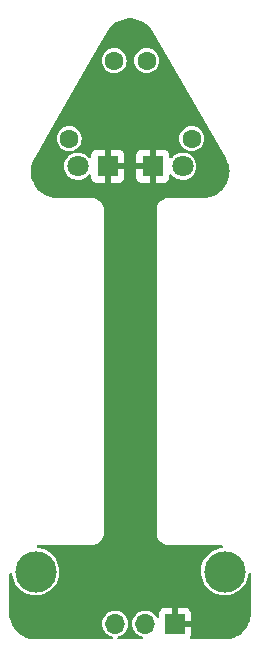
<source format=gbl>
G04 #@! TF.GenerationSoftware,KiCad,Pcbnew,6.0.5-a6ca702e91~116~ubuntu20.04.1*
G04 #@! TF.CreationDate,2022-06-20T08:25:11+02:00*
G04 #@! TF.ProjectId,traffic_lights_train,74726166-6669-4635-9f6c-69676874735f,1.0*
G04 #@! TF.SameCoordinates,Original*
G04 #@! TF.FileFunction,Copper,L2,Bot*
G04 #@! TF.FilePolarity,Positive*
%FSLAX46Y46*%
G04 Gerber Fmt 4.6, Leading zero omitted, Abs format (unit mm)*
G04 Created by KiCad (PCBNEW 6.0.5-a6ca702e91~116~ubuntu20.04.1) date 2022-06-20 08:25:11*
%MOMM*%
%LPD*%
G01*
G04 APERTURE LIST*
G04 Aperture macros list*
%AMHorizOval*
0 Thick line with rounded ends*
0 $1 width*
0 $2 $3 position (X,Y) of the first rounded end (center of the circle)*
0 $4 $5 position (X,Y) of the second rounded end (center of the circle)*
0 Add line between two ends*
20,1,$1,$2,$3,$4,$5,0*
0 Add two circle primitives to create the rounded ends*
1,1,$1,$2,$3*
1,1,$1,$4,$5*%
G04 Aperture macros list end*
G04 #@! TA.AperFunction,ComponentPad*
%ADD10R,1.800000X1.800000*%
G04 #@! TD*
G04 #@! TA.AperFunction,ComponentPad*
%ADD11C,1.800000*%
G04 #@! TD*
G04 #@! TA.AperFunction,ComponentPad*
%ADD12R,1.700000X1.700000*%
G04 #@! TD*
G04 #@! TA.AperFunction,ComponentPad*
%ADD13O,1.700000X1.700000*%
G04 #@! TD*
G04 #@! TA.AperFunction,ComponentPad*
%ADD14C,1.600000*%
G04 #@! TD*
G04 #@! TA.AperFunction,ComponentPad*
%ADD15HorizOval,1.600000X0.000000X0.000000X0.000000X0.000000X0*%
G04 #@! TD*
G04 #@! TA.AperFunction,ComponentPad*
%ADD16HorizOval,1.600000X0.000000X0.000000X0.000000X0.000000X0*%
G04 #@! TD*
G04 #@! TA.AperFunction,ViaPad*
%ADD17C,3.500000*%
G04 #@! TD*
G04 #@! TA.AperFunction,Conductor*
%ADD18C,0.500000*%
G04 #@! TD*
G04 APERTURE END LIST*
D10*
X108585000Y-59690000D03*
D11*
X106045000Y-59690000D03*
D10*
X112395000Y-59690000D03*
D11*
X114935000Y-59690000D03*
D12*
X114300000Y-98425000D03*
D13*
X111760000Y-98425000D03*
X109220000Y-98425000D03*
D14*
X109150000Y-50750000D03*
D15*
X105340000Y-57349114D03*
D14*
X115705000Y-57349557D03*
D16*
X111895000Y-50750443D03*
D17*
X118500000Y-94000000D03*
X102500000Y-94000000D03*
D18*
X112395000Y-59690000D02*
X108585000Y-59690000D01*
G04 #@! TA.AperFunction,Conductor*
G36*
X110625884Y-47169715D02*
G01*
X110884843Y-47201781D01*
X110900079Y-47204630D01*
X111153123Y-47268273D01*
X111167906Y-47272975D01*
X111411217Y-47367234D01*
X111425311Y-47373718D01*
X111655197Y-47497164D01*
X111668387Y-47505331D01*
X111881353Y-47656087D01*
X111893430Y-47665805D01*
X112086269Y-47841601D01*
X112097060Y-47852730D01*
X112266831Y-48050888D01*
X112276176Y-48063263D01*
X112404984Y-48257654D01*
X112409778Y-48267422D01*
X112410085Y-48267245D01*
X112416291Y-48277994D01*
X112420279Y-48289743D01*
X112428460Y-48299071D01*
X112428460Y-48299072D01*
X112428903Y-48299577D01*
X112443311Y-48319690D01*
X118595925Y-58984773D01*
X118606096Y-59007232D01*
X118610343Y-59019743D01*
X118618524Y-59029073D01*
X118624729Y-59039820D01*
X118624422Y-59039997D01*
X118630485Y-59049034D01*
X118734431Y-59257785D01*
X118740477Y-59272068D01*
X118815323Y-59484462D01*
X118827196Y-59518156D01*
X118831442Y-59533078D01*
X118887263Y-59787966D01*
X118889643Y-59803296D01*
X118913718Y-60063119D01*
X118914195Y-60078624D01*
X118906160Y-60339418D01*
X118904729Y-60354865D01*
X118864705Y-60612707D01*
X118861386Y-60627862D01*
X118789979Y-60878830D01*
X118784823Y-60893461D01*
X118683118Y-61133750D01*
X118676203Y-61147637D01*
X118545740Y-61373605D01*
X118537171Y-61386537D01*
X118379928Y-61594760D01*
X118369835Y-61606541D01*
X118194211Y-61787661D01*
X118188191Y-61793869D01*
X118176726Y-61804320D01*
X117973448Y-61967896D01*
X117960787Y-61976859D01*
X117738942Y-62114220D01*
X117725274Y-62121560D01*
X117488227Y-62230618D01*
X117473762Y-62236222D01*
X117225110Y-62315324D01*
X117210073Y-62319106D01*
X116953574Y-62367054D01*
X116938194Y-62368958D01*
X116705445Y-62383314D01*
X116694581Y-62382581D01*
X116694581Y-62382935D01*
X116682171Y-62382935D01*
X116670000Y-62380514D01*
X116657103Y-62383079D01*
X116632524Y-62385500D01*
X113787476Y-62385500D01*
X113762897Y-62383079D01*
X113750000Y-62380514D01*
X113739688Y-62382565D01*
X113735459Y-62382935D01*
X113734448Y-62382935D01*
X113732850Y-62383163D01*
X113574904Y-62396982D01*
X113569591Y-62398406D01*
X113569589Y-62398406D01*
X113522900Y-62410916D01*
X113405128Y-62442473D01*
X113245832Y-62516755D01*
X113241330Y-62519907D01*
X113241327Y-62519909D01*
X113241326Y-62519910D01*
X113101853Y-62617569D01*
X112977569Y-62741853D01*
X112974416Y-62746356D01*
X112880481Y-62880511D01*
X112876755Y-62885832D01*
X112802473Y-63045128D01*
X112756982Y-63214904D01*
X112743164Y-63372845D01*
X112742935Y-63374448D01*
X112742935Y-63375459D01*
X112742565Y-63379688D01*
X112740514Y-63390000D01*
X112742935Y-63402170D01*
X112743079Y-63402894D01*
X112745500Y-63427476D01*
X112745500Y-90712524D01*
X112743079Y-90737103D01*
X112740514Y-90750000D01*
X112742565Y-90760312D01*
X112742935Y-90764541D01*
X112742935Y-90765552D01*
X112743163Y-90767150D01*
X112756982Y-90925096D01*
X112802473Y-91094872D01*
X112804795Y-91099852D01*
X112804796Y-91099854D01*
X112872713Y-91245500D01*
X112876755Y-91254169D01*
X112977569Y-91398147D01*
X113101853Y-91522431D01*
X113106356Y-91525584D01*
X113241327Y-91620091D01*
X113241330Y-91620093D01*
X113245832Y-91623245D01*
X113405128Y-91697527D01*
X113522900Y-91729084D01*
X113569589Y-91741594D01*
X113569591Y-91741594D01*
X113574904Y-91743018D01*
X113732850Y-91756837D01*
X113734448Y-91757065D01*
X113735459Y-91757065D01*
X113739688Y-91757435D01*
X113750000Y-91759486D01*
X113762897Y-91756921D01*
X113787476Y-91754500D01*
X118240540Y-91754500D01*
X118308661Y-91774502D01*
X118355154Y-91828158D01*
X118365258Y-91898432D01*
X118335764Y-91963012D01*
X118276038Y-92001396D01*
X118256334Y-92005506D01*
X118252568Y-92005982D01*
X118248128Y-92006226D01*
X118243768Y-92007093D01*
X118243762Y-92007094D01*
X118107296Y-92034239D01*
X117969715Y-92061606D01*
X117965505Y-92063084D01*
X117965503Y-92063085D01*
X117914996Y-92080822D01*
X117701884Y-92155662D01*
X117697933Y-92157715D01*
X117697927Y-92157717D01*
X117453926Y-92284465D01*
X117449976Y-92286517D01*
X117446361Y-92289100D01*
X117446355Y-92289104D01*
X117404214Y-92319219D01*
X117219020Y-92451561D01*
X117013623Y-92647501D01*
X117010867Y-92650997D01*
X117010866Y-92650998D01*
X116976291Y-92694856D01*
X116837882Y-92870426D01*
X116835645Y-92874278D01*
X116697540Y-93112042D01*
X116697537Y-93112048D01*
X116695306Y-93115889D01*
X116693636Y-93120012D01*
X116590411Y-93374861D01*
X116590408Y-93374869D01*
X116588738Y-93378993D01*
X116520305Y-93654488D01*
X116491372Y-93936876D01*
X116493852Y-94000000D01*
X116498935Y-94129367D01*
X116502516Y-94220524D01*
X116553516Y-94499772D01*
X116643353Y-94769048D01*
X116645346Y-94773036D01*
X116728954Y-94940361D01*
X116770236Y-95022980D01*
X116931631Y-95256500D01*
X117124320Y-95464950D01*
X117127774Y-95467762D01*
X117341001Y-95641356D01*
X117341005Y-95641359D01*
X117344458Y-95644170D01*
X117587652Y-95790585D01*
X117591747Y-95792319D01*
X117591749Y-95792320D01*
X117774820Y-95869840D01*
X117849049Y-95901272D01*
X117853342Y-95902410D01*
X117853347Y-95902412D01*
X117996898Y-95940473D01*
X118123435Y-95974024D01*
X118405334Y-96007389D01*
X118689122Y-96000701D01*
X118693517Y-95999969D01*
X118693522Y-95999969D01*
X118964734Y-95954827D01*
X118964738Y-95954826D01*
X118969136Y-95954094D01*
X119146887Y-95897878D01*
X119235544Y-95869840D01*
X119235546Y-95869839D01*
X119239790Y-95868497D01*
X119243801Y-95866571D01*
X119243806Y-95866569D01*
X119491665Y-95747549D01*
X119491666Y-95747548D01*
X119495684Y-95745619D01*
X119651724Y-95641356D01*
X119728002Y-95590389D01*
X119728006Y-95590386D01*
X119731710Y-95587911D01*
X119735027Y-95584940D01*
X119735031Y-95584937D01*
X119939845Y-95401490D01*
X119943161Y-95398520D01*
X120125817Y-95181225D01*
X120128174Y-95177446D01*
X120273669Y-94944152D01*
X120273671Y-94944149D01*
X120276033Y-94940361D01*
X120390813Y-94680734D01*
X120467866Y-94407525D01*
X120494621Y-94208328D01*
X120523514Y-94143476D01*
X120582881Y-94104540D01*
X120653874Y-94103881D01*
X120713954Y-94141708D01*
X120744046Y-94206012D01*
X120745500Y-94225101D01*
X120745500Y-97462524D01*
X120743079Y-97487103D01*
X120740514Y-97500000D01*
X120742935Y-97512172D01*
X120742935Y-97524580D01*
X120742615Y-97524580D01*
X120743355Y-97535456D01*
X120729588Y-97763057D01*
X120727754Y-97778161D01*
X120681624Y-98029885D01*
X120677983Y-98044658D01*
X120631329Y-98194378D01*
X120601846Y-98288991D01*
X120596451Y-98303214D01*
X120515513Y-98483053D01*
X120491421Y-98536584D01*
X120484350Y-98550057D01*
X120351951Y-98769069D01*
X120343308Y-98781590D01*
X120328484Y-98800512D01*
X120205265Y-98957791D01*
X120185481Y-98983043D01*
X120175391Y-98994432D01*
X119994432Y-99175391D01*
X119983043Y-99185481D01*
X119781590Y-99343308D01*
X119769069Y-99351951D01*
X119605565Y-99450794D01*
X119555240Y-99481217D01*
X119550057Y-99484350D01*
X119536586Y-99491420D01*
X119303214Y-99596451D01*
X119288996Y-99601844D01*
X119112162Y-99656948D01*
X119044658Y-99677983D01*
X119029885Y-99681624D01*
X118778161Y-99727754D01*
X118763057Y-99729588D01*
X118535456Y-99743355D01*
X118524580Y-99742615D01*
X118524580Y-99742935D01*
X118512172Y-99742935D01*
X118500000Y-99740514D01*
X118487103Y-99743079D01*
X118462524Y-99745500D01*
X115684156Y-99745500D01*
X115616035Y-99725498D01*
X115569542Y-99671842D01*
X115559438Y-99601568D01*
X115583329Y-99543937D01*
X115594784Y-99528652D01*
X115603324Y-99513054D01*
X115648478Y-99392606D01*
X115652105Y-99377351D01*
X115657631Y-99326486D01*
X115658000Y-99319672D01*
X115658000Y-98697115D01*
X115653525Y-98681876D01*
X115652135Y-98680671D01*
X115644452Y-98679000D01*
X114172000Y-98679000D01*
X114103879Y-98658998D01*
X114057386Y-98605342D01*
X114046000Y-98553000D01*
X114046000Y-98152885D01*
X114554000Y-98152885D01*
X114558475Y-98168124D01*
X114559865Y-98169329D01*
X114567548Y-98171000D01*
X115639884Y-98171000D01*
X115655123Y-98166525D01*
X115656328Y-98165135D01*
X115657999Y-98157452D01*
X115657999Y-97530331D01*
X115657629Y-97523510D01*
X115652105Y-97472648D01*
X115648479Y-97457396D01*
X115603324Y-97336946D01*
X115594786Y-97321351D01*
X115518285Y-97219276D01*
X115505724Y-97206715D01*
X115403649Y-97130214D01*
X115388054Y-97121676D01*
X115267606Y-97076522D01*
X115252351Y-97072895D01*
X115201486Y-97067369D01*
X115194672Y-97067000D01*
X114572115Y-97067000D01*
X114556876Y-97071475D01*
X114555671Y-97072865D01*
X114554000Y-97080548D01*
X114554000Y-98152885D01*
X114046000Y-98152885D01*
X114046000Y-97085116D01*
X114041525Y-97069877D01*
X114040135Y-97068672D01*
X114032452Y-97067001D01*
X113405331Y-97067001D01*
X113398510Y-97067371D01*
X113347648Y-97072895D01*
X113332396Y-97076521D01*
X113211946Y-97121676D01*
X113196351Y-97130214D01*
X113094276Y-97206715D01*
X113081715Y-97219276D01*
X113005214Y-97321351D01*
X112996676Y-97336946D01*
X112951522Y-97457394D01*
X112947895Y-97472649D01*
X112942369Y-97523514D01*
X112942000Y-97530328D01*
X112942000Y-97785160D01*
X112921998Y-97853281D01*
X112868342Y-97899774D01*
X112798068Y-97909878D01*
X112733488Y-97880384D01*
X112708567Y-97850994D01*
X112708331Y-97850608D01*
X112705776Y-97845428D01*
X112584320Y-97682779D01*
X112435258Y-97544987D01*
X112430375Y-97541906D01*
X112430371Y-97541903D01*
X112268464Y-97439748D01*
X112263581Y-97436667D01*
X112075039Y-97361446D01*
X112069379Y-97360320D01*
X112069375Y-97360319D01*
X111881613Y-97322971D01*
X111881610Y-97322971D01*
X111875946Y-97321844D01*
X111870171Y-97321768D01*
X111870167Y-97321768D01*
X111768793Y-97320441D01*
X111672971Y-97319187D01*
X111667274Y-97320166D01*
X111667273Y-97320166D01*
X111569620Y-97336946D01*
X111472910Y-97353564D01*
X111282463Y-97423824D01*
X111108010Y-97527612D01*
X111103670Y-97531418D01*
X111103666Y-97531421D01*
X111083723Y-97548911D01*
X110955392Y-97661455D01*
X110829720Y-97820869D01*
X110827031Y-97825980D01*
X110827029Y-97825983D01*
X110814073Y-97850609D01*
X110735203Y-98000515D01*
X110675007Y-98194378D01*
X110651148Y-98395964D01*
X110664424Y-98598522D01*
X110665845Y-98604118D01*
X110665846Y-98604123D01*
X110707738Y-98769069D01*
X110714392Y-98795269D01*
X110716809Y-98800512D01*
X110754010Y-98881208D01*
X110799377Y-98979616D01*
X110916533Y-99145389D01*
X111061938Y-99287035D01*
X111066742Y-99290245D01*
X111120980Y-99326486D01*
X111230720Y-99399812D01*
X111236023Y-99402090D01*
X111236026Y-99402092D01*
X111324707Y-99440192D01*
X111417228Y-99479942D01*
X111490877Y-99496607D01*
X111552903Y-99531150D01*
X111586408Y-99593743D01*
X111580754Y-99664514D01*
X111537735Y-99720994D01*
X111471011Y-99745249D01*
X111463069Y-99745500D01*
X109529453Y-99745500D01*
X109461332Y-99725498D01*
X109414839Y-99671842D01*
X109404735Y-99601568D01*
X109434229Y-99536988D01*
X109488952Y-99500187D01*
X109499499Y-99496607D01*
X109523994Y-99488292D01*
X109665693Y-99440192D01*
X109665698Y-99440190D01*
X109671165Y-99438334D01*
X109848276Y-99339147D01*
X109863495Y-99326490D01*
X109999913Y-99213031D01*
X110004345Y-99209345D01*
X110134147Y-99053276D01*
X110233334Y-98876165D01*
X110235190Y-98870698D01*
X110235192Y-98870693D01*
X110296728Y-98689414D01*
X110296729Y-98689409D01*
X110298584Y-98683945D01*
X110299412Y-98678236D01*
X110299413Y-98678231D01*
X110327179Y-98486727D01*
X110327712Y-98483053D01*
X110329232Y-98425000D01*
X110310658Y-98222859D01*
X110309090Y-98217299D01*
X110257125Y-98033046D01*
X110257124Y-98033044D01*
X110255557Y-98027487D01*
X110244978Y-98006033D01*
X110168331Y-97850609D01*
X110165776Y-97845428D01*
X110044320Y-97682779D01*
X109895258Y-97544987D01*
X109890375Y-97541906D01*
X109890371Y-97541903D01*
X109728464Y-97439748D01*
X109723581Y-97436667D01*
X109535039Y-97361446D01*
X109529379Y-97360320D01*
X109529375Y-97360319D01*
X109341613Y-97322971D01*
X109341610Y-97322971D01*
X109335946Y-97321844D01*
X109330171Y-97321768D01*
X109330167Y-97321768D01*
X109228793Y-97320441D01*
X109132971Y-97319187D01*
X109127274Y-97320166D01*
X109127273Y-97320166D01*
X109029620Y-97336946D01*
X108932910Y-97353564D01*
X108742463Y-97423824D01*
X108568010Y-97527612D01*
X108563670Y-97531418D01*
X108563666Y-97531421D01*
X108543723Y-97548911D01*
X108415392Y-97661455D01*
X108289720Y-97820869D01*
X108287031Y-97825980D01*
X108287029Y-97825983D01*
X108274073Y-97850609D01*
X108195203Y-98000515D01*
X108135007Y-98194378D01*
X108111148Y-98395964D01*
X108124424Y-98598522D01*
X108125845Y-98604118D01*
X108125846Y-98604123D01*
X108167738Y-98769069D01*
X108174392Y-98795269D01*
X108176809Y-98800512D01*
X108214010Y-98881208D01*
X108259377Y-98979616D01*
X108376533Y-99145389D01*
X108521938Y-99287035D01*
X108526742Y-99290245D01*
X108580980Y-99326486D01*
X108690720Y-99399812D01*
X108696023Y-99402090D01*
X108696026Y-99402092D01*
X108784707Y-99440192D01*
X108877228Y-99479942D01*
X108950877Y-99496607D01*
X109012903Y-99531150D01*
X109046408Y-99593743D01*
X109040754Y-99664514D01*
X108997735Y-99720994D01*
X108931011Y-99745249D01*
X108923069Y-99745500D01*
X102537476Y-99745500D01*
X102512897Y-99743079D01*
X102500000Y-99740514D01*
X102487828Y-99742935D01*
X102475420Y-99742935D01*
X102475420Y-99742615D01*
X102464544Y-99743355D01*
X102236943Y-99729588D01*
X102221839Y-99727754D01*
X101970115Y-99681624D01*
X101955342Y-99677983D01*
X101887838Y-99656948D01*
X101711004Y-99601844D01*
X101696786Y-99596451D01*
X101463414Y-99491420D01*
X101449943Y-99484350D01*
X101444761Y-99481217D01*
X101394435Y-99450794D01*
X101230931Y-99351951D01*
X101218410Y-99343308D01*
X101016957Y-99185481D01*
X101005568Y-99175391D01*
X100824609Y-98994432D01*
X100814519Y-98983043D01*
X100794736Y-98957791D01*
X100671516Y-98800512D01*
X100656692Y-98781590D01*
X100648049Y-98769069D01*
X100515650Y-98550057D01*
X100508579Y-98536584D01*
X100484487Y-98483053D01*
X100403549Y-98303214D01*
X100398154Y-98288991D01*
X100368672Y-98194378D01*
X100322017Y-98044658D01*
X100318376Y-98029885D01*
X100272246Y-97778161D01*
X100270412Y-97763057D01*
X100256645Y-97535456D01*
X100257385Y-97524580D01*
X100257065Y-97524580D01*
X100257065Y-97512172D01*
X100259486Y-97500000D01*
X100256921Y-97487103D01*
X100254500Y-97462524D01*
X100254500Y-94253751D01*
X100274502Y-94185630D01*
X100328158Y-94139137D01*
X100398432Y-94129033D01*
X100463012Y-94158527D01*
X100501396Y-94218253D01*
X100504450Y-94231114D01*
X100553516Y-94499772D01*
X100643353Y-94769048D01*
X100645346Y-94773036D01*
X100728954Y-94940361D01*
X100770236Y-95022980D01*
X100931631Y-95256500D01*
X101124320Y-95464950D01*
X101127774Y-95467762D01*
X101341001Y-95641356D01*
X101341005Y-95641359D01*
X101344458Y-95644170D01*
X101587652Y-95790585D01*
X101591747Y-95792319D01*
X101591749Y-95792320D01*
X101774820Y-95869840D01*
X101849049Y-95901272D01*
X101853342Y-95902410D01*
X101853347Y-95902412D01*
X101996898Y-95940473D01*
X102123435Y-95974024D01*
X102405334Y-96007389D01*
X102689122Y-96000701D01*
X102693517Y-95999969D01*
X102693522Y-95999969D01*
X102964734Y-95954827D01*
X102964738Y-95954826D01*
X102969136Y-95954094D01*
X103146887Y-95897878D01*
X103235544Y-95869840D01*
X103235546Y-95869839D01*
X103239790Y-95868497D01*
X103243801Y-95866571D01*
X103243806Y-95866569D01*
X103491665Y-95747549D01*
X103491666Y-95747548D01*
X103495684Y-95745619D01*
X103651724Y-95641356D01*
X103728002Y-95590389D01*
X103728006Y-95590386D01*
X103731710Y-95587911D01*
X103735027Y-95584940D01*
X103735031Y-95584937D01*
X103939845Y-95401490D01*
X103943161Y-95398520D01*
X104125817Y-95181225D01*
X104128174Y-95177446D01*
X104273669Y-94944152D01*
X104273671Y-94944149D01*
X104276033Y-94940361D01*
X104390813Y-94680734D01*
X104467866Y-94407525D01*
X104493288Y-94218253D01*
X104505227Y-94129367D01*
X104505228Y-94129359D01*
X104505654Y-94126185D01*
X104509620Y-94000000D01*
X104489571Y-93716842D01*
X104429825Y-93439334D01*
X104331574Y-93173013D01*
X104196778Y-92923192D01*
X104028127Y-92694856D01*
X103828986Y-92492562D01*
X103755118Y-92436188D01*
X103606872Y-92323050D01*
X103606868Y-92323047D01*
X103603327Y-92320345D01*
X103355655Y-92181641D01*
X103351506Y-92180036D01*
X103351502Y-92180034D01*
X103191830Y-92118262D01*
X103090909Y-92079219D01*
X103086588Y-92078217D01*
X103086580Y-92078215D01*
X102904110Y-92035922D01*
X102814374Y-92015122D01*
X102709398Y-92006030D01*
X102643257Y-91980225D01*
X102601567Y-91922757D01*
X102597565Y-91851874D01*
X102632520Y-91790079D01*
X102695336Y-91756992D01*
X102720270Y-91754500D01*
X107212524Y-91754500D01*
X107237103Y-91756921D01*
X107250000Y-91759486D01*
X107260312Y-91757435D01*
X107264541Y-91757065D01*
X107265552Y-91757065D01*
X107267150Y-91756837D01*
X107425096Y-91743018D01*
X107430409Y-91741594D01*
X107430411Y-91741594D01*
X107589562Y-91698950D01*
X107589564Y-91698949D01*
X107594872Y-91697527D01*
X107666721Y-91664023D01*
X107749188Y-91625568D01*
X107749191Y-91625566D01*
X107754169Y-91623245D01*
X107898147Y-91522431D01*
X108022431Y-91398147D01*
X108123245Y-91254169D01*
X108127288Y-91245500D01*
X108195204Y-91099854D01*
X108195205Y-91099852D01*
X108197527Y-91094872D01*
X108243018Y-90925096D01*
X108256837Y-90767150D01*
X108257065Y-90765552D01*
X108257065Y-90764541D01*
X108257435Y-90760312D01*
X108259486Y-90750000D01*
X108256921Y-90737103D01*
X108254500Y-90712524D01*
X108254500Y-63427476D01*
X108256921Y-63402894D01*
X108257065Y-63402170D01*
X108259486Y-63390000D01*
X108257435Y-63379688D01*
X108257065Y-63375459D01*
X108257065Y-63374448D01*
X108256836Y-63372845D01*
X108243018Y-63214904D01*
X108197527Y-63045128D01*
X108123245Y-62885832D01*
X108119520Y-62880511D01*
X108025584Y-62746356D01*
X108022431Y-62741853D01*
X107898147Y-62617569D01*
X107754169Y-62516755D01*
X107749191Y-62514434D01*
X107749188Y-62514432D01*
X107599854Y-62444796D01*
X107599852Y-62444795D01*
X107594872Y-62442473D01*
X107589564Y-62441051D01*
X107589562Y-62441050D01*
X107430411Y-62398406D01*
X107430409Y-62398406D01*
X107425096Y-62396982D01*
X107267150Y-62383163D01*
X107265552Y-62382935D01*
X107264541Y-62382935D01*
X107260312Y-62382565D01*
X107250000Y-62380514D01*
X107237103Y-62383079D01*
X107212524Y-62385500D01*
X104367476Y-62385500D01*
X104342897Y-62383079D01*
X104330000Y-62380514D01*
X104317829Y-62382935D01*
X104305419Y-62382935D01*
X104305419Y-62382581D01*
X104294555Y-62383314D01*
X104061806Y-62368958D01*
X104046426Y-62367054D01*
X103789927Y-62319106D01*
X103774890Y-62315324D01*
X103526238Y-62236222D01*
X103511773Y-62230618D01*
X103274726Y-62121560D01*
X103261058Y-62114220D01*
X103039213Y-61976859D01*
X103026552Y-61967896D01*
X102823274Y-61804320D01*
X102811809Y-61793869D01*
X102805790Y-61787661D01*
X102630165Y-61606541D01*
X102620072Y-61594760D01*
X102462829Y-61386537D01*
X102454260Y-61373605D01*
X102323797Y-61147637D01*
X102316882Y-61133750D01*
X102215177Y-60893461D01*
X102210021Y-60878830D01*
X102138614Y-60627862D01*
X102135295Y-60612707D01*
X102095271Y-60354865D01*
X102093840Y-60339418D01*
X102085805Y-60078624D01*
X102086282Y-60063119D01*
X102110357Y-59803296D01*
X102112737Y-59787966D01*
X102168558Y-59533078D01*
X102172804Y-59518156D01*
X102184678Y-59484462D01*
X102259523Y-59272068D01*
X102265569Y-59257785D01*
X102369515Y-59049034D01*
X102375579Y-59039996D01*
X102375272Y-59039819D01*
X102381477Y-59029071D01*
X102389657Y-59019743D01*
X102393646Y-59007992D01*
X102393647Y-59007991D01*
X102394080Y-59006716D01*
X102404074Y-58984567D01*
X103349919Y-57334320D01*
X104280501Y-57334320D01*
X104297806Y-57540392D01*
X104354807Y-57739180D01*
X104357625Y-57744662D01*
X104357626Y-57744666D01*
X104446514Y-57917623D01*
X104446517Y-57917627D01*
X104449334Y-57923109D01*
X104577786Y-58085175D01*
X104582479Y-58089169D01*
X104582480Y-58089170D01*
X104609569Y-58112224D01*
X104735271Y-58219205D01*
X104915789Y-58320094D01*
X105112466Y-58383998D01*
X105317809Y-58408484D01*
X105323944Y-58408012D01*
X105323946Y-58408012D01*
X105508403Y-58393818D01*
X105577858Y-58408535D01*
X105628330Y-58458466D01*
X105643796Y-58527757D01*
X105619344Y-58594410D01*
X105561683Y-58637659D01*
X105545846Y-58643501D01*
X105540885Y-58646453D01*
X105540884Y-58646453D01*
X105368463Y-58749032D01*
X105368460Y-58749034D01*
X105363495Y-58751988D01*
X105359155Y-58755794D01*
X105359151Y-58755797D01*
X105208309Y-58888083D01*
X105203968Y-58891890D01*
X105200393Y-58896425D01*
X105200392Y-58896426D01*
X105087350Y-59039819D01*
X105072607Y-59058520D01*
X104973812Y-59246299D01*
X104910891Y-59448938D01*
X104885951Y-59659649D01*
X104899829Y-59871377D01*
X104952058Y-60077031D01*
X105040890Y-60269723D01*
X105163350Y-60443000D01*
X105315337Y-60591059D01*
X105320133Y-60594264D01*
X105320136Y-60594266D01*
X105462186Y-60689180D01*
X105491760Y-60708941D01*
X105497063Y-60711219D01*
X105497066Y-60711221D01*
X105578908Y-60746383D01*
X105686711Y-60792699D01*
X105762750Y-60809905D01*
X105888025Y-60838252D01*
X105888030Y-60838253D01*
X105893662Y-60839527D01*
X105899433Y-60839754D01*
X105899435Y-60839754D01*
X105964911Y-60842326D01*
X106105681Y-60847857D01*
X106210674Y-60832634D01*
X106309953Y-60818239D01*
X106309958Y-60818238D01*
X106315667Y-60817410D01*
X106321131Y-60815555D01*
X106321136Y-60815554D01*
X106414240Y-60783949D01*
X106516589Y-60749207D01*
X106590873Y-60707606D01*
X106696670Y-60648357D01*
X106696674Y-60648354D01*
X106701717Y-60645530D01*
X106864852Y-60509852D01*
X106954128Y-60402509D01*
X107013065Y-60362927D01*
X107084047Y-60361491D01*
X107144537Y-60398658D01*
X107175330Y-60462629D01*
X107177001Y-60483080D01*
X107177001Y-60634669D01*
X107177371Y-60641490D01*
X107182895Y-60692352D01*
X107186521Y-60707604D01*
X107231676Y-60828054D01*
X107240214Y-60843649D01*
X107316715Y-60945724D01*
X107329276Y-60958285D01*
X107431351Y-61034786D01*
X107446946Y-61043324D01*
X107567394Y-61088478D01*
X107582649Y-61092105D01*
X107633514Y-61097631D01*
X107640328Y-61098000D01*
X108312885Y-61098000D01*
X108328124Y-61093525D01*
X108329329Y-61092135D01*
X108331000Y-61084452D01*
X108331000Y-61079884D01*
X108839000Y-61079884D01*
X108843475Y-61095123D01*
X108844865Y-61096328D01*
X108852548Y-61097999D01*
X109529669Y-61097999D01*
X109536490Y-61097629D01*
X109587352Y-61092105D01*
X109602604Y-61088479D01*
X109723054Y-61043324D01*
X109738649Y-61034786D01*
X109840724Y-60958285D01*
X109853285Y-60945724D01*
X109929786Y-60843649D01*
X109938324Y-60828054D01*
X109983478Y-60707606D01*
X109987105Y-60692351D01*
X109992631Y-60641486D01*
X109993000Y-60634672D01*
X109993000Y-60634669D01*
X110987001Y-60634669D01*
X110987371Y-60641490D01*
X110992895Y-60692352D01*
X110996521Y-60707604D01*
X111041676Y-60828054D01*
X111050214Y-60843649D01*
X111126715Y-60945724D01*
X111139276Y-60958285D01*
X111241351Y-61034786D01*
X111256946Y-61043324D01*
X111377394Y-61088478D01*
X111392649Y-61092105D01*
X111443514Y-61097631D01*
X111450328Y-61098000D01*
X112122885Y-61098000D01*
X112138124Y-61093525D01*
X112139329Y-61092135D01*
X112141000Y-61084452D01*
X112141000Y-61079884D01*
X112649000Y-61079884D01*
X112653475Y-61095123D01*
X112654865Y-61096328D01*
X112662548Y-61097999D01*
X113339669Y-61097999D01*
X113346490Y-61097629D01*
X113397352Y-61092105D01*
X113412604Y-61088479D01*
X113533054Y-61043324D01*
X113548649Y-61034786D01*
X113650724Y-60958285D01*
X113663285Y-60945724D01*
X113739786Y-60843649D01*
X113748324Y-60828054D01*
X113793478Y-60707606D01*
X113797105Y-60692351D01*
X113802631Y-60641486D01*
X113803000Y-60634672D01*
X113803000Y-60485365D01*
X113823002Y-60417244D01*
X113876658Y-60370751D01*
X113946932Y-60360647D01*
X114011512Y-60390141D01*
X114031895Y-60412642D01*
X114053350Y-60443000D01*
X114205337Y-60591059D01*
X114210133Y-60594264D01*
X114210136Y-60594266D01*
X114352186Y-60689180D01*
X114381760Y-60708941D01*
X114387063Y-60711219D01*
X114387066Y-60711221D01*
X114468908Y-60746383D01*
X114576711Y-60792699D01*
X114652750Y-60809905D01*
X114778025Y-60838252D01*
X114778030Y-60838253D01*
X114783662Y-60839527D01*
X114789433Y-60839754D01*
X114789435Y-60839754D01*
X114854911Y-60842326D01*
X114995681Y-60847857D01*
X115100674Y-60832634D01*
X115199953Y-60818239D01*
X115199958Y-60818238D01*
X115205667Y-60817410D01*
X115211131Y-60815555D01*
X115211136Y-60815554D01*
X115304240Y-60783949D01*
X115406589Y-60749207D01*
X115480873Y-60707606D01*
X115586670Y-60648357D01*
X115586674Y-60648354D01*
X115591717Y-60645530D01*
X115754852Y-60509852D01*
X115890530Y-60346717D01*
X115893354Y-60341674D01*
X115893357Y-60341670D01*
X115991383Y-60166632D01*
X115991384Y-60166630D01*
X115994207Y-60161589D01*
X116062410Y-59960667D01*
X116063977Y-59949865D01*
X116092324Y-59754355D01*
X116092857Y-59750681D01*
X116094446Y-59690000D01*
X116075031Y-59478708D01*
X116017436Y-59274492D01*
X115923590Y-59084191D01*
X115875465Y-59019743D01*
X115800089Y-58918803D01*
X115800088Y-58918802D01*
X115796636Y-58914179D01*
X115792400Y-58910263D01*
X115645066Y-58774069D01*
X115645063Y-58774067D01*
X115640826Y-58770150D01*
X115461377Y-58656926D01*
X115285422Y-58586727D01*
X115275482Y-58578929D01*
X115256925Y-58576833D01*
X115061863Y-58538033D01*
X115061859Y-58538033D01*
X115056195Y-58536906D01*
X115050420Y-58536830D01*
X115050416Y-58536830D01*
X114943804Y-58535434D01*
X114844031Y-58534128D01*
X114838334Y-58535107D01*
X114838333Y-58535107D01*
X114640610Y-58569082D01*
X114634913Y-58570061D01*
X114435846Y-58643501D01*
X114430885Y-58646453D01*
X114430884Y-58646453D01*
X114258463Y-58749032D01*
X114258460Y-58749034D01*
X114253495Y-58751988D01*
X114249155Y-58755794D01*
X114249151Y-58755797D01*
X114098309Y-58888083D01*
X114093968Y-58891890D01*
X114090393Y-58896425D01*
X114090392Y-58896426D01*
X114027949Y-58975634D01*
X113970067Y-59016747D01*
X113899147Y-59020041D01*
X113837705Y-58984469D01*
X113805248Y-58921326D01*
X113802999Y-58897628D01*
X113802999Y-58745331D01*
X113802629Y-58738510D01*
X113797105Y-58687648D01*
X113793479Y-58672396D01*
X113748324Y-58551946D01*
X113739786Y-58536351D01*
X113663285Y-58434276D01*
X113650724Y-58421715D01*
X113548649Y-58345214D01*
X113533054Y-58336676D01*
X113412606Y-58291522D01*
X113397351Y-58287895D01*
X113346486Y-58282369D01*
X113339672Y-58282000D01*
X112667115Y-58282000D01*
X112651876Y-58286475D01*
X112650671Y-58287865D01*
X112649000Y-58295548D01*
X112649000Y-61079884D01*
X112141000Y-61079884D01*
X112141000Y-59962115D01*
X112136525Y-59946876D01*
X112135135Y-59945671D01*
X112127452Y-59944000D01*
X111005116Y-59944000D01*
X110989877Y-59948475D01*
X110988672Y-59949865D01*
X110987001Y-59957548D01*
X110987001Y-60634669D01*
X109993000Y-60634669D01*
X109993000Y-59962115D01*
X109988525Y-59946876D01*
X109987135Y-59945671D01*
X109979452Y-59944000D01*
X108857115Y-59944000D01*
X108841876Y-59948475D01*
X108840671Y-59949865D01*
X108839000Y-59957548D01*
X108839000Y-61079884D01*
X108331000Y-61079884D01*
X108331000Y-59417885D01*
X108839000Y-59417885D01*
X108843475Y-59433124D01*
X108844865Y-59434329D01*
X108852548Y-59436000D01*
X109974884Y-59436000D01*
X109990123Y-59431525D01*
X109991328Y-59430135D01*
X109992999Y-59422452D01*
X109992999Y-59417885D01*
X110987000Y-59417885D01*
X110991475Y-59433124D01*
X110992865Y-59434329D01*
X111000548Y-59436000D01*
X112122885Y-59436000D01*
X112138124Y-59431525D01*
X112139329Y-59430135D01*
X112141000Y-59422452D01*
X112141000Y-58300116D01*
X112136525Y-58284877D01*
X112135135Y-58283672D01*
X112127452Y-58282001D01*
X111450331Y-58282001D01*
X111443510Y-58282371D01*
X111392648Y-58287895D01*
X111377396Y-58291521D01*
X111256946Y-58336676D01*
X111241351Y-58345214D01*
X111139276Y-58421715D01*
X111126715Y-58434276D01*
X111050214Y-58536351D01*
X111041676Y-58551946D01*
X110996522Y-58672394D01*
X110992895Y-58687649D01*
X110987369Y-58738514D01*
X110987000Y-58745328D01*
X110987000Y-59417885D01*
X109992999Y-59417885D01*
X109992999Y-58745331D01*
X109992629Y-58738510D01*
X109987105Y-58687648D01*
X109983479Y-58672396D01*
X109938324Y-58551946D01*
X109929786Y-58536351D01*
X109853285Y-58434276D01*
X109840724Y-58421715D01*
X109738649Y-58345214D01*
X109723054Y-58336676D01*
X109602606Y-58291522D01*
X109587351Y-58287895D01*
X109536486Y-58282369D01*
X109529672Y-58282000D01*
X108857115Y-58282000D01*
X108841876Y-58286475D01*
X108840671Y-58287865D01*
X108839000Y-58295548D01*
X108839000Y-59417885D01*
X108331000Y-59417885D01*
X108331000Y-58300116D01*
X108326525Y-58284877D01*
X108325135Y-58283672D01*
X108317452Y-58282001D01*
X107640331Y-58282001D01*
X107633510Y-58282371D01*
X107582648Y-58287895D01*
X107567396Y-58291521D01*
X107446946Y-58336676D01*
X107431351Y-58345214D01*
X107329276Y-58421715D01*
X107316715Y-58434276D01*
X107240214Y-58536351D01*
X107231676Y-58551946D01*
X107186522Y-58672394D01*
X107182895Y-58687649D01*
X107177369Y-58738514D01*
X107177000Y-58745328D01*
X107177000Y-58896918D01*
X107156998Y-58965039D01*
X107103342Y-59011532D01*
X107033068Y-59021636D01*
X106968488Y-58992142D01*
X106950042Y-58972307D01*
X106910089Y-58918803D01*
X106910088Y-58918802D01*
X106906636Y-58914179D01*
X106902400Y-58910263D01*
X106755066Y-58774069D01*
X106755063Y-58774067D01*
X106750826Y-58770150D01*
X106571377Y-58656926D01*
X106374300Y-58578300D01*
X106368643Y-58577175D01*
X106368637Y-58577173D01*
X106171863Y-58538033D01*
X106171859Y-58538033D01*
X106166195Y-58536906D01*
X106160420Y-58536830D01*
X106160416Y-58536830D01*
X106053804Y-58535434D01*
X105954031Y-58534128D01*
X105948334Y-58535107D01*
X105948333Y-58535107D01*
X105938306Y-58536830D01*
X105841182Y-58553519D01*
X105770659Y-58545342D01*
X105715751Y-58500335D01*
X105693892Y-58432787D01*
X105712022Y-58364145D01*
X105763035Y-58316873D01*
X105902262Y-58246545D01*
X105902264Y-58246544D01*
X105907763Y-58243766D01*
X106070722Y-58116448D01*
X106074748Y-58111784D01*
X106074751Y-58111781D01*
X106201819Y-57964571D01*
X106201820Y-57964569D01*
X106205848Y-57959903D01*
X106307995Y-57780093D01*
X106340633Y-57681980D01*
X106371325Y-57589715D01*
X106371326Y-57589712D01*
X106373270Y-57583867D01*
X106399189Y-57378700D01*
X106399602Y-57349114D01*
X106398195Y-57334763D01*
X114645501Y-57334763D01*
X114662806Y-57540835D01*
X114719807Y-57739623D01*
X114722625Y-57745105D01*
X114722626Y-57745109D01*
X114811514Y-57918066D01*
X114811517Y-57918070D01*
X114814334Y-57923552D01*
X114942786Y-58085618D01*
X114947479Y-58089612D01*
X114947480Y-58089613D01*
X115095059Y-58215212D01*
X115100271Y-58219648D01*
X115280789Y-58320537D01*
X115319880Y-58333238D01*
X115320442Y-58333421D01*
X115337976Y-58345410D01*
X115343940Y-58344253D01*
X115371048Y-58349864D01*
X115408466Y-58362021D01*
X115477466Y-58384441D01*
X115682809Y-58408927D01*
X115688944Y-58408455D01*
X115688946Y-58408455D01*
X115882856Y-58393534D01*
X115882860Y-58393533D01*
X115888998Y-58393061D01*
X116088178Y-58337449D01*
X116093682Y-58334669D01*
X116093684Y-58334668D01*
X116267262Y-58246988D01*
X116267264Y-58246987D01*
X116272763Y-58244209D01*
X116435722Y-58116891D01*
X116439748Y-58112227D01*
X116439751Y-58112224D01*
X116566819Y-57965014D01*
X116566820Y-57965012D01*
X116570848Y-57960346D01*
X116672995Y-57780536D01*
X116738270Y-57584310D01*
X116764189Y-57379143D01*
X116764602Y-57349557D01*
X116744422Y-57143746D01*
X116684651Y-56945774D01*
X116587565Y-56763182D01*
X116583674Y-56758412D01*
X116583672Y-56758408D01*
X116460758Y-56607700D01*
X116460755Y-56607697D01*
X116456863Y-56602925D01*
X116452114Y-56598996D01*
X116302271Y-56475035D01*
X116302266Y-56475032D01*
X116297522Y-56471107D01*
X116292103Y-56468177D01*
X116292100Y-56468175D01*
X116121032Y-56375679D01*
X116121027Y-56375677D01*
X116115612Y-56372749D01*
X115918063Y-56311597D01*
X115911938Y-56310953D01*
X115911937Y-56310953D01*
X115718526Y-56290625D01*
X115718524Y-56290625D01*
X115712397Y-56289981D01*
X115586229Y-56301463D01*
X115512591Y-56308164D01*
X115512590Y-56308164D01*
X115506450Y-56308723D01*
X115308066Y-56367111D01*
X115302601Y-56369968D01*
X115130261Y-56460065D01*
X115130257Y-56460068D01*
X115124801Y-56462920D01*
X114963635Y-56592500D01*
X114830708Y-56750917D01*
X114731082Y-56932135D01*
X114668553Y-57129253D01*
X114645501Y-57334763D01*
X106398195Y-57334763D01*
X106379422Y-57143303D01*
X106319651Y-56945331D01*
X106271108Y-56854035D01*
X106225459Y-56768181D01*
X106225457Y-56768178D01*
X106222565Y-56762739D01*
X106218674Y-56757969D01*
X106218672Y-56757965D01*
X106095758Y-56607257D01*
X106095755Y-56607254D01*
X106091863Y-56602482D01*
X106079797Y-56592500D01*
X105937271Y-56474592D01*
X105937266Y-56474589D01*
X105932522Y-56470664D01*
X105927103Y-56467734D01*
X105927100Y-56467732D01*
X105756032Y-56375236D01*
X105756027Y-56375234D01*
X105750612Y-56372306D01*
X105553063Y-56311154D01*
X105546938Y-56310510D01*
X105546937Y-56310510D01*
X105353526Y-56290182D01*
X105353524Y-56290182D01*
X105347397Y-56289538D01*
X105221229Y-56301020D01*
X105147591Y-56307721D01*
X105147590Y-56307721D01*
X105141450Y-56308280D01*
X104943066Y-56366668D01*
X104937601Y-56369525D01*
X104765261Y-56459622D01*
X104765257Y-56459625D01*
X104759801Y-56462477D01*
X104598635Y-56592057D01*
X104465708Y-56750474D01*
X104366082Y-56931692D01*
X104303553Y-57128810D01*
X104302867Y-57134927D01*
X104302866Y-57134931D01*
X104281188Y-57328195D01*
X104280501Y-57334320D01*
X103349919Y-57334320D01*
X107132223Y-50735206D01*
X108090501Y-50735206D01*
X108107806Y-50941278D01*
X108164807Y-51140066D01*
X108167625Y-51145548D01*
X108167626Y-51145552D01*
X108256514Y-51318509D01*
X108256517Y-51318513D01*
X108259334Y-51323995D01*
X108387786Y-51486061D01*
X108392479Y-51490055D01*
X108392480Y-51490056D01*
X108419569Y-51513110D01*
X108545271Y-51620091D01*
X108725789Y-51720980D01*
X108922466Y-51784884D01*
X109127809Y-51809370D01*
X109133944Y-51808898D01*
X109133946Y-51808898D01*
X109327856Y-51793977D01*
X109327860Y-51793976D01*
X109333998Y-51793504D01*
X109533178Y-51737892D01*
X109538682Y-51735112D01*
X109538684Y-51735111D01*
X109712262Y-51647431D01*
X109712264Y-51647430D01*
X109717763Y-51644652D01*
X109880722Y-51517334D01*
X109884748Y-51512670D01*
X109884751Y-51512667D01*
X110011819Y-51365457D01*
X110011820Y-51365455D01*
X110015848Y-51360789D01*
X110117995Y-51180979D01*
X110150632Y-51082866D01*
X110181325Y-50990601D01*
X110181326Y-50990598D01*
X110183270Y-50984753D01*
X110209189Y-50779586D01*
X110209602Y-50750000D01*
X110208195Y-50735649D01*
X110835501Y-50735649D01*
X110852806Y-50941721D01*
X110909807Y-51140509D01*
X110912625Y-51145991D01*
X110912626Y-51145995D01*
X111001514Y-51318952D01*
X111001517Y-51318956D01*
X111004334Y-51324438D01*
X111132786Y-51486504D01*
X111137479Y-51490498D01*
X111137480Y-51490499D01*
X111285059Y-51616098D01*
X111290271Y-51620534D01*
X111470789Y-51721423D01*
X111667466Y-51785327D01*
X111872809Y-51809813D01*
X111878944Y-51809341D01*
X111878946Y-51809341D01*
X112072856Y-51794420D01*
X112072860Y-51794419D01*
X112078998Y-51793947D01*
X112278178Y-51738335D01*
X112283682Y-51735555D01*
X112283684Y-51735554D01*
X112457262Y-51647874D01*
X112457264Y-51647873D01*
X112462763Y-51645095D01*
X112625722Y-51517777D01*
X112629748Y-51513113D01*
X112629751Y-51513110D01*
X112756819Y-51365900D01*
X112756820Y-51365898D01*
X112760848Y-51361232D01*
X112862995Y-51181422D01*
X112928270Y-50985196D01*
X112954189Y-50780029D01*
X112954602Y-50750443D01*
X112934422Y-50544632D01*
X112874651Y-50346660D01*
X112777565Y-50164068D01*
X112773674Y-50159298D01*
X112773672Y-50159294D01*
X112650758Y-50008586D01*
X112650755Y-50008583D01*
X112646863Y-50003811D01*
X112642114Y-49999882D01*
X112492271Y-49875921D01*
X112492266Y-49875918D01*
X112487522Y-49871993D01*
X112482103Y-49869063D01*
X112482100Y-49869061D01*
X112311032Y-49776565D01*
X112311027Y-49776563D01*
X112305612Y-49773635D01*
X112108063Y-49712483D01*
X112101938Y-49711839D01*
X112101937Y-49711839D01*
X111908526Y-49691511D01*
X111908524Y-49691511D01*
X111902397Y-49690867D01*
X111776229Y-49702349D01*
X111702591Y-49709050D01*
X111702590Y-49709050D01*
X111696450Y-49709609D01*
X111498066Y-49767997D01*
X111492601Y-49770854D01*
X111320261Y-49860951D01*
X111320257Y-49860954D01*
X111314801Y-49863806D01*
X111153635Y-49993386D01*
X111020708Y-50151803D01*
X110921082Y-50333021D01*
X110858553Y-50530139D01*
X110835501Y-50735649D01*
X110208195Y-50735649D01*
X110189422Y-50544189D01*
X110129651Y-50346217D01*
X110081108Y-50254921D01*
X110035459Y-50169067D01*
X110035457Y-50169064D01*
X110032565Y-50163625D01*
X110028674Y-50158855D01*
X110028672Y-50158851D01*
X109905758Y-50008143D01*
X109905755Y-50008140D01*
X109901863Y-50003368D01*
X109889797Y-49993386D01*
X109747271Y-49875478D01*
X109747266Y-49875475D01*
X109742522Y-49871550D01*
X109737103Y-49868620D01*
X109737100Y-49868618D01*
X109566032Y-49776122D01*
X109566027Y-49776120D01*
X109560612Y-49773192D01*
X109363063Y-49712040D01*
X109356938Y-49711396D01*
X109356937Y-49711396D01*
X109163526Y-49691068D01*
X109163524Y-49691068D01*
X109157397Y-49690424D01*
X109031229Y-49701906D01*
X108957591Y-49708607D01*
X108957590Y-49708607D01*
X108951450Y-49709166D01*
X108753066Y-49767554D01*
X108747601Y-49770411D01*
X108575261Y-49860508D01*
X108575257Y-49860511D01*
X108569801Y-49863363D01*
X108408635Y-49992943D01*
X108275708Y-50151360D01*
X108176082Y-50332578D01*
X108113553Y-50529696D01*
X108112867Y-50535813D01*
X108112866Y-50535817D01*
X108091188Y-50729081D01*
X108090501Y-50735206D01*
X107132223Y-50735206D01*
X108516741Y-48319591D01*
X108531324Y-48299172D01*
X108531410Y-48299074D01*
X108539593Y-48289743D01*
X108543582Y-48277991D01*
X108549787Y-48267244D01*
X108550094Y-48267421D01*
X108554888Y-48257654D01*
X108683696Y-48063263D01*
X108693041Y-48050888D01*
X108862812Y-47852730D01*
X108873603Y-47841601D01*
X109066442Y-47665805D01*
X109078519Y-47656087D01*
X109291485Y-47505331D01*
X109304675Y-47497164D01*
X109534561Y-47373718D01*
X109548655Y-47367234D01*
X109791966Y-47272975D01*
X109806749Y-47268273D01*
X110059793Y-47204630D01*
X110075029Y-47201781D01*
X110333988Y-47169715D01*
X110349473Y-47168760D01*
X110610399Y-47168760D01*
X110625884Y-47169715D01*
G37*
G04 #@! TD.AperFunction*
M02*

</source>
